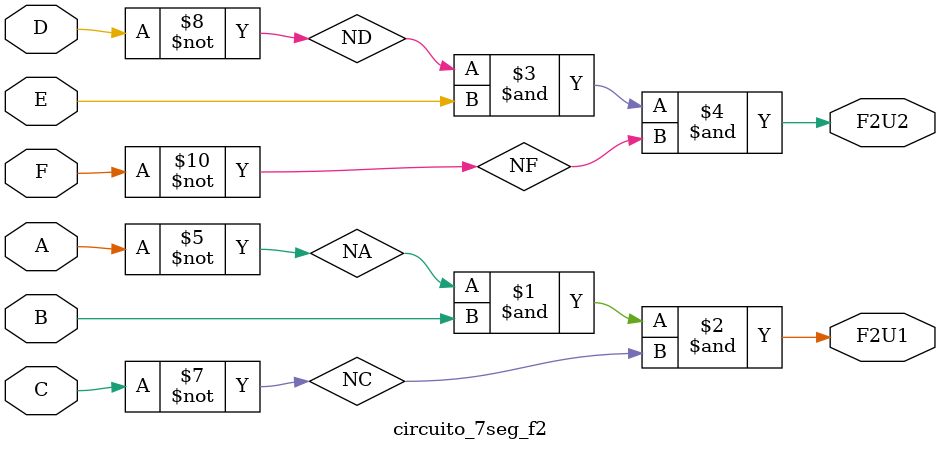
<source format=v>
module circuito_7seg_f2(A,B,C,D,E,F,F2U1,F2U2);

	input A,B,C,D,E,F;
	output F2U1,F2U2;
	wire NA, NB, NC, ND, NE, NF;
	
	not(NA,A);
	not(NB,B);
	not(NC,C);
	not(ND,D);
	not(NE,E);
	not(NF,F);
	
	and(F2U1,NA,B,NC);
	and(F2U2,ND,E,NF);

endmodule 
</source>
